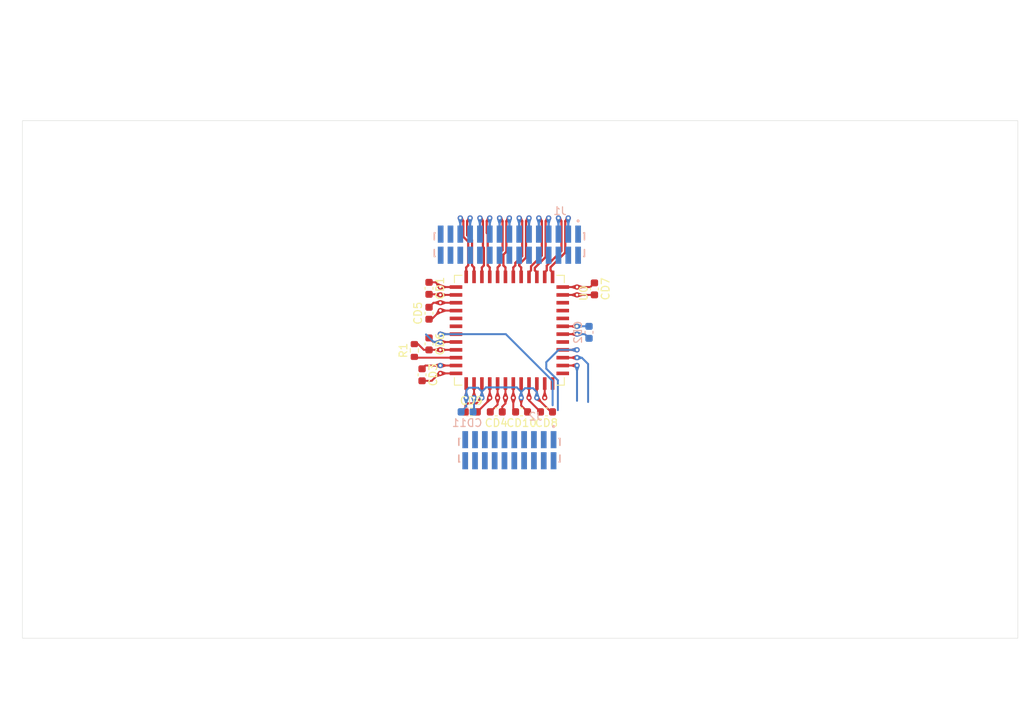
<source format=kicad_pcb>
(kicad_pcb (version 20240108) (generator "pcbnew") (generator_version "8.0")
  (layers (0 "F.Cu" signal) (1 "In1.Cu" power) (2 "In2.Cu" power) (31 "B.Cu" signal) (34 "B.Paste" user) (35 "F.Paste" user) (36 "B.SilkS" user "B.Silkscreen") (37 "F.SilkS" user "F.Silkscreen") (38 "B.Mask" user) (39 "F.Mask" user) (44 "Edge.Cuts" user))
  (net 0 "")
  (net 1 "/vdd33")
  (net 2 "GND")
  (net 3 "/vdd18")
  (net 4 "/vddpix")
  (net 5 "/dout3_N")
  (net 6 "/trigger0")
  (net 7 "/monitor0")
  (net 8 "/dout3_P")
  (net 9 "/dout0_N")
  (net 10 "/dout2_P")
  (net 11 "/dout1_N")
  (net 12 "/dout2_N")
  (net 13 "/mosi")
  (net 14 "/ss")
  (net 15 "/monitor1")
  (net 16 "/dout1_P")
  (net 17 "/noip_clk")
  (net 18 "/dout0_P")
  (net 19 "/resetn")
  (net 20 "/miso")
  (net 21 "/sck")
  (net 22 "Net-(U0-IBIAS_MASTER)")
  (net 27 "/clkout0_P")
  (net 28 "/sync0_P")
  (net 29 "/clkout0_N")
  (net 30 "/sync0_N")
  (footprint "Capacitor_SMD:C_0603_1608Metric" (layer "F.Cu") (at 88.305 80.575 180)
    (property "Reference" "CD4" (at 0 -1.43 0) (layer "F.SilkS"))
    (property "Value" "100nF")
    (fp_line (start -0.14058 0.51) (end 0.14058 0.51) (stroke (width 0.12)) (layer "F.SilkS"))
    (fp_line (start -0.14058 -0.51) (end 0.14058 -0.51) (stroke (width 0.12)) (layer "F.SilkS"))
    (pad "1" smd roundrect (at -0.775 0 180) (size 0.9 0.95) (layers "F.Cu" "F.Paste" "F.Mask") (net 1 "/vdd33"))
    (pad "2" smd roundrect (at 0.775 0 180) (size 0.9 0.95) (layers "F.Cu" "F.Paste" "F.Mask") (net 2 "GND"))
  )
  (footprint "Capacitor_SMD:C_0603_1608Metric" (layer "F.Cu") (at 79.605 71.775 -90)
    (property "Reference" "CD6" (at 0 -1.43 90) (layer "F.SilkS"))
    (property "Value" "100nF")
    (fp_line (start -0.14058 0.51) (end 0.14058 0.51) (stroke (width 0.12)) (layer "F.SilkS"))
    (fp_line (start -0.14058 -0.51) (end 0.14058 -0.51) (stroke (width 0.12)) (layer "F.SilkS"))
    (pad "1" smd roundrect (at -0.775 0 270) (size 0.9 0.95) (layers "F.Cu" "F.Paste" "F.Mask") (net 3 "/vdd18"))
    (pad "2" smd roundrect (at 0.775 0 270) (size 0.9 0.95) (layers "F.Cu" "F.Paste" "F.Mask") (net 2 "GND"))
  )
  (footprint "Capacitor_SMD:C_0603_1608Metric" (layer "F.Cu") (at 101.005 64.65 -90)
    (property "Reference" "CD7" (at 0 -1.43 90) (layer "F.SilkS"))
    (property "Value" "100nF")
    (fp_line (start -0.14058 0.51) (end 0.14058 0.51) (stroke (width 0.12)) (layer "F.SilkS"))
    (fp_line (start -0.14058 -0.51) (end 0.14058 -0.51) (stroke (width 0.12)) (layer "F.SilkS"))
    (pad "1" smd roundrect (at -0.775 0 270) (size 0.9 0.95) (layers "F.Cu" "F.Paste" "F.Mask") (net 3 "/vdd18"))
    (pad "2" smd roundrect (at 0.775 0 270) (size 0.9 0.95) (layers "F.Cu" "F.Paste" "F.Mask") (net 2 "GND"))
  )
  (footprint "NOIP1SN1300A-QTI:LCC101P1422X1422X228-48N" (layer "F.Cu") (at 90 70 -90)
    (property "Reference" "U0" (at -4.795 -9.605 90) (layer "F.SilkS"))
    (property "Value" "NOIP1SN1300A-QTI")
    (fp_line (start -7.11 7.11) (end -7.11 6.143) (stroke (width 0.127)) (layer "F.SilkS"))
    (fp_line (start -6.143 7.11) (end -7.11 7.11) (stroke (width 0.127)) (layer "F.SilkS"))
    (fp_line (start 7.11 7.11) (end 6.143 7.11) (stroke (width 0.127)) (layer "F.SilkS"))
    (fp_line (start 7.11 7.11) (end 7.11 6.143) (stroke (width 0.127)) (layer "F.SilkS"))
    (fp_line (start -7.11 -6.143) (end -7.11 -7.11) (stroke (width 0.127)) (layer "F.SilkS"))
    (fp_line (start -7.11 -7.11) (end -6.143 -7.11) (stroke (width 0.127)) (layer "F.SilkS"))
    (fp_line (start 6.143 -7.11) (end 7.11 -7.11) (stroke (width 0.127)) (layer "F.SilkS"))
    (fp_line (start 7.11 -7.11) (end 7.11 -6.143) (stroke (width 0.127)) (layer "F.SilkS"))
    (fp_circle (center -0.508 -8.72) (end -0.408 -8.72) (stroke (width 0.2)) (fill none) (layer "F.SilkS"))
    (pad "1" smd roundrect (at -0.508 -6.905 270) (size 0.47 1.63) (layers "F.Cu" "F.Paste" "F.Mask") (roundrect_rratio 0.06) (net 1 "/vdd33"))
    (pad "2" smd roundrect (at -1.524 -6.905 270) (size 0.47 1.63) (layers "F.Cu" "F.Paste" "F.Mask") (roundrect_rratio 0.06) (net 13 "/mosi"))
    (pad "3" smd roundrect (at -2.54 -6.905 270) (size 0.47 1.63) (layers "F.Cu" "F.Paste" "F.Mask") (roundrect_rratio 0.06) (net 20 "/miso"))
    (pad "4" smd roundrect (at -3.556 -6.905 270) (size 0.47 1.63) (layers "F.Cu" "F.Paste" "F.Mask") (roundrect_rratio 0.06) (net 21 "/sck"))
    (pad "5" smd roundrect (at -4.572 -6.905 270) (size 0.47 1.63) (layers "F.Cu" "F.Paste" "F.Mask") (roundrect_rratio 0.06) (net 2 "GND"))
    (pad "6" smd roundrect (at -5.588 -6.905 270) (size 0.47 1.63) (layers "F.Cu" "F.Paste" "F.Mask") (roundrect_rratio 0.06) (net 3 "/vdd18"))
    (pad "7" smd roundrect (at -6.905 -5.588 270) (size 1.63 0.47) (layers "F.Cu" "F.Paste" "F.Mask") (roundrect_rratio 0.06) (net 29 "/clkout0_N"))
    (pad "8" smd roundrect (at -6.905 -4.572 270) (size 1.63 0.47) (layers "F.Cu" "F.Paste" "F.Mask") (roundrect_rratio 0.06) (net 27 "/clkout0_P"))
    (pad "9" smd roundrect (at -6.905 -3.556 270) (size 1.63 0.47) (layers "F.Cu" "F.Paste" "F.Mask") (roundrect_rratio 0.06) (net 9 "/dout0_N"))
    (pad "10" smd roundrect (at -6.905 -2.54 270) (size 1.63 0.47) (layers "F.Cu" "F.Paste" "F.Mask") (roundrect_rratio 0.06) (net 18 "/dout0_P"))
    (pad "11" smd roundrect (at -6.905 -1.524 270) (size 1.63 0.47) (layers "F.Cu" "F.Paste" "F.Mask") (roundrect_rratio 0.06) (net 11 "/dout1_N"))
    (pad "12" smd roundrect (at -6.905 -0.508 270) (size 1.63 0.47) (layers "F.Cu" "F.Paste" "F.Mask") (roundrect_rratio 0.06) (net 16 "/dout1_P"))
    (pad "13" smd roundrect (at -6.905 0.508 270) (size 1.63 0.47) (layers "F.Cu" "F.Paste" "F.Mask") (roundrect_rratio 0.06) (net 12 "/dout2_N"))
    (pad "14" smd roundrect (at -6.905 1.524 270) (size 1.63 0.47) (layers "F.Cu" "F.Paste" "F.Mask") (roundrect_rratio 0.06) (net 10 "/dout2_P"))
    (pad "15" smd roundrect (at -6.905 2.54 270) (size 1.63 0.47) (layers "F.Cu" "F.Paste" "F.Mask") (roundrect_rratio 0.06) (net 5 "/dout3_N"))
    (pad "16" smd roundrect (at -6.905 3.556 270) (size 1.63 0.47) (layers "F.Cu" "F.Paste" "F.Mask") (roundrect_rratio 0.06) (net 8 "/dout3_P"))
    (pad "17" smd roundrect (at -6.905 4.572 270) (size 1.63 0.47) (layers "F.Cu" "F.Paste" "F.Mask") (roundrect_rratio 0.06) (net 30 "/sync0_N"))
    (pad "18" smd roundrect (at -6.905 5.588 270) (size 1.63 0.47) (layers "F.Cu" "F.Paste" "F.Mask") (roundrect_rratio 0.06) (net 28 "/sync0_P"))
    (pad "19" smd roundrect (at -5.588 6.905 270) (size 0.47 1.63) (layers "F.Cu" "F.Paste" "F.Mask") (roundrect_rratio 0.06) (net 1 "/vdd33"))
    (pad "20" smd roundrect (at -4.572 6.905 270) (size 0.47 1.63) (layers "F.Cu" "F.Paste" "F.Mask") (roundrect_rratio 0.06) (net 2 "GND"))
    (pad "21" smd roundrect (at -3.556 6.905 270) (size 0.47 1.63) (layers "F.Cu" "F.Paste" "F.Mask") (roundrect_rratio 0.06) (net 2 "GND"))
    (pad "22" smd roundrect (at -2.54 6.905 270) (size 0.47 1.63) (layers "F.Cu" "F.Paste" "F.Mask") (roundrect_rratio 0.06) (net 3 "/vdd18"))
    (pad "23" smd roundrect (at -1.524 6.905 270) (size 0.47 1.63) (layers "F.Cu" "F.Paste" "F.Mask") (roundrect_rratio 0.06))
    (pad "24" smd roundrect (at -0.508 6.905 270) (size 0.47 1.63) (layers "F.Cu" "F.Paste" "F.Mask") (roundrect_rratio 0.06))
    (pad "25" smd roundrect (at 0.508 6.905 270) (size 0.47 1.63) (layers "F.Cu" "F.Paste" "F.Mask") (roundrect_rratio 0.06) (net 17 "/noip_clk"))
    (pad "26" smd roundrect (at 1.524 6.905 270) (size 0.47 1.63) (layers "F.Cu" "F.Paste" "F.Mask") (roundrect_rratio 0.06) (net 3 "/vdd18"))
    (pad "27" smd roundrect (at 2.54 6.905 270) (size 0.47 1.63) (layers "F.Cu" "F.Paste" "F.Mask") (roundrect_rratio 0.06) (net 2 "GND"))
    (pad "28" smd roundrect (at 3.556 6.905 270) (size 0.47 1.63) (layers "F.Cu" "F.Paste" "F.Mask") (roundrect_rratio 0.06) (net 22 "Net-(U0-IBIAS_MASTER)"))
    (pad "29" smd roundrect (at 4.572 6.905 270) (size 0.47 1.63) (layers "F.Cu" "F.Paste" "F.Mask") (roundrect_rratio 0.06) (net 1 "/vdd33"))
    (pad "30" smd roundrect (at 5.588 6.905 270) (size 0.47 1.63) (layers "F.Cu" "F.Paste" "F.Mask") (roundrect_rratio 0.06) (net 2 "GND"))
    (pad "31" smd roundrect (at 6.905 5.588 270) (size 1.63 0.47) (layers "F.Cu" "F.Paste" "F.Mask") (roundrect_rratio 0.06) (net 4 "/vddpix"))
    (pad "32" smd roundrect (at 6.905 4.572 270) (size 1.63 0.47) (layers "F.Cu" "F.Paste" "F.Mask") (roundrect_rratio 0.06) (net 2 "GND"))
    (pad "33" smd roundrect (at 6.905 3.556 270) (size 1.63 0.47) (layers "F.Cu" "F.Paste" "F.Mask") (roundrect_rratio 0.06) (net 4 "/vddpix"))
    (pad "34" smd roundrect (at 6.905 2.54 270) (size 1.63 0.47) (layers "F.Cu" "F.Paste" "F.Mask") (roundrect_rratio 0.06) (net 2 "GND"))
    (pad "35" smd roundrect (at 6.905 1.524 270) (size 1.63 0.47) (layers "F.Cu" "F.Paste" "F.Mask") (roundrect_rratio 0.06) (net 2 "GND"))
    (pad "36" smd roundrect (at 6.905 0.508 270) (size 1.63 0.47) (layers "F.Cu" "F.Paste" "F.Mask") (roundrect_rratio 0.06) (net 1 "/vdd33"))
    (pad "37" smd roundrect (at 6.905 -0.508 270) (size 1.63 0.47) (layers "F.Cu" "F.Paste" "F.Mask") (roundrect_rratio 0.06) (net 2 "GND"))
    (pad "38" smd roundrect (at 6.905 -1.524 270) (size 1.63 0.47) (layers "F.Cu" "F.Paste" "F.Mask") (roundrect_rratio 0.06) (net 4 "/vddpix"))
    (pad "39" smd roundrect (at 6.905 -2.54 270) (size 1.63 0.47) (layers "F.Cu" "F.Paste" "F.Mask") (roundrect_rratio 0.06) (net 2 "GND"))
    (pad "40" smd roundrect (at 6.905 -3.556 270) (size 1.63 0.47) (layers "F.Cu" "F.Paste" "F.Mask") (roundrect_rratio 0.06) (net 4 "/vddpix"))
    (pad "41" smd roundrect (at 6.905 -4.572 270) (size 1.63 0.47) (layers "F.Cu" "F.Paste" "F.Mask") (roundrect_rratio 0.06) (net 6 "/trigger0"))
    (pad "42" smd roundrect (at 6.905 -5.588 270) (size 1.63 0.47) (layers "F.Cu" "F.Paste" "F.Mask") (roundrect_rratio 0.06))
    (pad "43" smd roundrect (at 5.588 -6.905 270) (size 0.47 1.63) (layers "F.Cu" "F.Paste" "F.Mask") (roundrect_rratio 0.06))
    (pad "44" smd roundrect (at 4.572 -6.905 270) (size 0.47 1.63) (layers "F.Cu" "F.Paste" "F.Mask") (roundrect_rratio 0.06) (net 7 "/monitor0"))
    (pad "45" smd roundrect (at 3.556 -6.905 270) (size 0.47 1.63) (layers "F.Cu" "F.Paste" "F.Mask") (roundrect_rratio 0.06) (net 15 "/monitor1"))
    (pad "46" smd roundrect (at 2.54 -6.905 270) (size 0.47 1.63) (layers "F.Cu" "F.Paste" "F.Mask") (roundrect_rratio 0.06) (net 19 "/resetn"))
    (pad "47" smd roundrect (at 1.524 -6.905 270) (size 0.47 1.63) (layers "F.Cu" "F.Paste" "F.Mask") (roundrect_rratio 0.06) (net 14 "/ss"))
    (pad "48" smd roundrect (at 0.508 -6.905 270) (size 0.47 1.63) (layers "F.Cu" "F.Paste" "F.Mask") (roundrect_rratio 0.06) (net 2 "GND"))
  )
  (footprint "Capacitor_SMD:C_0603_1608Metric" (layer "F.Cu") (at 94.805 80.575 180)
    (property "Reference" "CD8" (at 0 -1.43 0) (layer "F.SilkS"))
    (property "Value" "100nF")
    (fp_line (start -0.14058 0.51) (end 0.14058 0.51) (stroke (width 0.12)) (layer "F.SilkS"))
    (fp_line (start -0.14058 -0.51) (end 0.14058 -0.51) (stroke (width 0.12)) (layer "F.SilkS"))
    (pad "1" smd roundrect (at -0.775 0 180) (size 0.9 0.95) (layers "F.Cu" "F.Paste" "F.Mask") (net 4 "/vddpix"))
    (pad "2" smd roundrect (at 0.775 0 180) (size 0.9 0.95) (layers "F.Cu" "F.Paste" "F.Mask") (net 2 "GND"))
  )
  (footprint "Capacitor_SMD:C_0603_1608Metric" (layer "F.Cu") (at 91.58 80.575 180)
    (property "Reference" "CD10" (at 0 -1.43 0) (layer "F.SilkS"))
    (property "Value" "100nF")
    (fp_line (start -0.14058 0.51) (end 0.14058 0.51) (stroke (width 0.12)) (layer "F.SilkS"))
    (fp_line (start -0.14058 -0.51) (end 0.14058 -0.51) (stroke (width 0.12)) (layer "F.SilkS"))
    (pad "1" smd roundrect (at -0.775 0 180) (size 0.9 0.95) (layers "F.Cu" "F.Paste" "F.Mask") (net 4 "/vddpix"))
    (pad "2" smd roundrect (at 0.775 0 180) (size 0.9 0.95) (layers "F.Cu" "F.Paste" "F.Mask") (net 2 "GND"))
  )
  (footprint "Resistor_SMD:R_0603_1608Metric" (layer "F.Cu") (at 77.705 72.625 90)
    (property "Reference" "R1" (at 0 -1.43 90) (layer "F.SilkS"))
    (property "Value" "47k")
    (fp_line (start -0.237258 -0.5225) (end 0.237258 -0.5225) (stroke (width 0.12)) (layer "F.SilkS"))
    (fp_line (start -0.237258 0.5225) (end 0.237258 0.5225) (stroke (width 0.12)) (layer "F.SilkS"))
    (pad "1" smd roundrect (at -0.825 0 90) (size 0.8 0.95) (layers "F.Cu" "F.Paste" "F.Mask") (net 22 "Net-(U0-IBIAS_MASTER)"))
    (pad "2" smd roundrect (at 0.825 0 90) (size 0.8 0.95) (layers "F.Cu" "F.Paste" "F.Mask") (net 2 "GND"))
  )
  (footprint "Capacitor_SMD:C_0603_1608Metric" (layer "F.Cu") (at 85.08 80.575)
    (property "Reference" "CD9" (at 0 -1.43 0) (layer "F.SilkS"))
    (property "Value" "100nF")
    (fp_line (start -0.14058 -0.51) (end 0.14058 -0.51) (stroke (width 0.12)) (layer "F.SilkS"))
    (fp_line (start -0.14058 0.51) (end 0.14058 0.51) (stroke (width 0.12)) (layer "F.SilkS"))
    (pad "1" smd roundrect (at -0.775 0) (size 0.9 0.95) (layers "F.Cu" "F.Paste" "F.Mask") (net 4 "/vddpix"))
    (pad "2" smd roundrect (at 0.775 0) (size 0.9 0.95) (layers "F.Cu" "F.Paste" "F.Mask") (net 2 "GND"))
  )
  (footprint "Capacitor_SMD:C_0603_1608Metric" (layer "F.Cu") (at 79.605 64.575 -90)
    (property "Reference" "CD1" (at 0 -1.43 90) (layer "F.SilkS"))
    (property "Value" "100nF")
    (fp_line (start -0.14058 0.51) (end 0.14058 0.51) (stroke (width 0.12)) (layer "F.SilkS"))
    (fp_line (start -0.14058 -0.51) (end 0.14058 -0.51) (stroke (width 0.12)) (layer "F.SilkS"))
    (pad "1" smd roundrect (at -0.775 0 270) (size 0.9 0.95) (layers "F.Cu" "F.Paste" "F.Mask") (net 1 "/vdd33"))
    (pad "2" smd roundrect (at 0.775 0 270) (size 0.9 0.95) (layers "F.Cu" "F.Paste" "F.Mask") (net 2 "GND"))
  )
  (footprint "Capacitor_SMD:C_0603_1608Metric" (layer "F.Cu") (at 78.705 75.775 -90)
    (property "Reference" "CD3" (at 0 -1.43 90) (layer "F.SilkS"))
    (property "Value" "100nF")
    (fp_line (start -0.14058 0.51) (end 0.14058 0.51) (stroke (width 0.12)) (layer "F.SilkS"))
    (fp_line (start -0.14058 -0.51) (end 0.14058 -0.51) (stroke (width 0.12)) (layer "F.SilkS"))
    (pad "1" smd roundrect (at -0.775 0 270) (size 0.9 0.95) (layers "F.Cu" "F.Paste" "F.Mask") (net 1 "/vdd33"))
    (pad "2" smd roundrect (at 0.775 0 270) (size 0.9 0.95) (layers "F.Cu" "F.Paste" "F.Mask") (net 2 "GND"))
  )
  (footprint "Capacitor_SMD:C_0603_1608Metric" (layer "F.Cu") (at 79.605 67.8 90)
    (property "Reference" "CD5" (at 0 -1.43 90) (layer "F.SilkS"))
    (property "Value" "100nF")
    (fp_line (start -0.14058 -0.51) (end 0.14058 -0.51) (stroke (width 0.12)) (layer "F.SilkS"))
    (fp_line (start -0.14058 0.51) (end 0.14058 0.51) (stroke (width 0.12)) (layer "F.SilkS"))
    (pad "1" smd roundrect (at -0.775 0 90) (size 0.9 0.95) (layers "F.Cu" "F.Paste" "F.Mask") (net 3 "/vdd18"))
    (pad "2" smd roundrect (at 0.775 0 90) (size 0.9 0.95) (layers "F.Cu" "F.Paste" "F.Mask") (net 2 "GND"))
  )
  (footprint "SAMTEC_SFML11002LDLC:SAMTEC_SFML-110-02-L-D-LC" (layer "B.Cu") (at 90 85.535 180)
    (property "Reference" "J2" (at -3.365 4.36 0) (layer "B.SilkS") (effects (justify mirror)))
    (property "Value" "Conn_02x10_Odd_Even")
    (fp_line (start 6.54 0.635) (end 6.54 1.525) (stroke (width 0.2)) (layer "B.SilkS"))
    (fp_line (start 6.54 -1.525) (end 6.54 -0.635) (stroke (width 0.2)) (layer "B.SilkS"))
    (fp_line (start 6.435 1.525) (end 6.54 1.525) (stroke (width 0.2)) (layer "B.SilkS"))
    (fp_line (start 6.435 -1.525) (end 6.54 -1.525) (stroke (width 0.2)) (layer "B.SilkS"))
    (fp_line (start -6.435 1.525) (end -6.54 1.525) (stroke (width 0.2)) (layer "B.SilkS"))
    (fp_line (start -6.435 -1.525) (end -6.54 -1.525) (stroke (width 0.2)) (layer "B.SilkS"))
    (fp_line (start -6.54 0.635) (end -6.54 1.525) (stroke (width 0.2)) (layer "B.SilkS"))
    (fp_line (start -6.54 -1.525) (end -6.54 -0.635) (stroke (width 0.2)) (layer "B.SilkS"))
    (fp_circle (center -5.715 3.075) (end -5.615 3.075) (stroke (width 0.2)) (fill none) (layer "B.SilkS"))
    (pad "" np_thru_hole circle (at -7.305 0 180) (size 1.19 1.19) (drill 1.19) (layers "*.Cu" "*.Mask"))
    (pad "" np_thru_hole circle (at 7.305 0 180) (size 1.19 1.19) (drill 1.19) (layers "*.Cu" "*.Mask"))
    (pad "1" smd rect (at -5.715 1.365 180) (size 0.74 2.22) (layers "B.Cu" "B.Paste" "B.Mask"))
    (pad "2" smd rect (at -5.715 -1.365 180) (size 0.74 2.22) (layers "B.Cu" "B.Paste" "B.Mask"))
    (pad "3" smd rect (at -4.445 1.365 180) (size 0.74 2.22) (layers "B.Cu" "B.Paste" "B.Mask"))
    (pad "4" smd rect (at -4.445 -1.365 180) (size 0.74 2.22) (layers "B.Cu" "B.Paste" "B.Mask"))
    (pad "5" smd rect (at -3.175 1.365 180) (size 0.74 2.22) (layers "B.Cu" "B.Paste" "B.Mask"))
    (pad "6" smd rect (at -3.175 -1.365 180) (size 0.74 2.22) (layers "B.Cu" "B.Paste" "B.Mask"))
    (pad "7" smd rect (at -1.905 1.365 180) (size 0.74 2.22) (layers "B.Cu" "B.Paste" "B.Mask"))
    (pad "8" smd rect (at -1.905 -1.365 180) (size 0.74 2.22) (layers "B.Cu" "B.Paste" "B.Mask"))
    (pad "9" smd rect (at -0.635 1.365 180) (size 0.74 2.22) (layers "B.Cu" "B.Paste" "B.Mask"))
    (pad "10" smd rect (at -0.635 -1.365 180) (size 0.74 2.22) (layers "B.Cu" "B.Paste" "B.Mask"))
    (pad "11" smd rect (at 0.635 1.365 180) (size 0.74 2.22) (layers "B.Cu" "B.Paste" "B.Mask"))
    (pad "12" smd rect (at 0.635 -1.365 180) (size 0.74 2.22) (layers "B.Cu" "B.Paste" "B.Mask"))
    (pad "13" smd rect (at 1.905 1.365 180) (size 0.74 2.22) (layers "B.Cu" "B.Paste" "B.Mask"))
    (pad "14" smd rect (at 1.905 -1.365 180) (size 0.74 2.22) (layers "B.Cu" "B.Paste" "B.Mask"))
    (pad "15" smd rect (at 3.175 1.365 180) (size 0.74 2.22) (layers "B.Cu" "B.Paste" "B.Mask"))
    (pad "16" smd rect (at 3.175 -1.365 180) (size 0.74 2.22) (layers "B.Cu" "B.Paste" "B.Mask"))
    (pad "17" smd rect (at 4.445 1.365 180) (size 0.74 2.22) (layers "B.Cu" "B.Paste" "B.Mask"))
    (pad "18" smd rect (at 4.445 -1.365 180) (size 0.74 2.22) (layers "B.Cu" "B.Paste" "B.Mask"))
    (pad "19" smd rect (at 5.715 1.365 180) (size 0.74 2.22) (layers "B.Cu" "B.Paste" "B.Mask"))
    (pad "20" smd rect (at 5.715 -1.365 180) (size 0.74 2.22) (layers "B.Cu" "B.Paste" "B.Mask"))
  )
  (footprint "SAMTEC_SFML11502LDLC:SAMTEC_SFML-115-02-L-D-LC" (layer "B.Cu") (at 90 58.925 180)
    (property "Reference" "J1" (at -6.54 4.36 360) (layer "B.SilkS") (effects (justify mirror)))
    (property "Value" "Conn_02x15_Odd_Even")
    (fp_line (start 9.715 0.635) (end 9.715 1.525) (stroke (width 0.2)) (layer "B.SilkS"))
    (fp_line (start 9.715 -1.525) (end 9.715 -0.635) (stroke (width 0.2)) (layer "B.SilkS"))
    (fp_line (start 9.61 1.525) (end 9.715 1.525) (stroke (width 0.2)) (layer "B.SilkS"))
    (fp_line (start 9.61 -1.525) (end 9.715 -1.525) (stroke (width 0.2)) (layer "B.SilkS"))
    (fp_line (start -9.61 1.525) (end -9.715 1.525) (stroke (width 0.2)) (layer "B.SilkS"))
    (fp_line (start -9.61 -1.525) (end -9.715 -1.525) (stroke (width 0.2)) (layer "B.SilkS"))
    (fp_line (start -9.715 0.635) (end -9.715 1.525) (stroke (width 0.2)) (layer "B.SilkS"))
    (fp_line (start -9.715 -1.525) (end -9.715 -0.635) (stroke (width 0.2)) (layer "B.SilkS"))
    (fp_circle (center -8.89 3.075) (end -8.79 3.075) (stroke (width 0.2)) (fill none) (layer "B.SilkS"))
    (pad "" np_thru_hole circle (at -10.48 0 180) (size 1.19 1.19) (drill 1.19) (layers "*.Cu" "*.Mask"))
    (pad "" np_thru_hole circle (at 10.48 0 180) (size 1.19 1.19) (drill 1.19) (layers "*.Cu" "*.Mask"))
    (pad "1" smd rect (at -8.89 1.365 180) (size 0.74 2.22) (layers "B.Cu" "B.Paste" "B.Mask"))
    (pad "2" smd rect (at -8.89 -1.365 180) (size 0.74 2.22) (layers "B.Cu" "B.Paste" "B.Mask"))
    (pad "3" smd rect (at -7.62 1.365 180) (size 0.74 2.22) (layers "B.Cu" "B.Paste" "B.Mask") (net 29 "/clkout0_N"))
    (pad "4" smd rect (at -7.62 -1.365 180) (size 0.74 2.22) (layers "B.Cu" "B.Paste" "B.Mask"))
    (pad "5" smd rect (at -6.35 1.365 180) (size 0.74 2.22) (layers "B.Cu" "B.Paste" "B.Mask") (net 27 "/clkout0_P"))
    (pad "6" smd rect (at -6.35 -1.365 180) (size 0.74 2.22) (layers "B.Cu" "B.Paste" "B.Mask"))
    (pad "7" smd rect (at -5.08 1.365 180) (size 0.74 2.22) (layers "B.Cu" "B.Paste" "B.Mask") (net 9 "/dout0_N"))
    (pad "8" smd rect (at -5.08 -1.365 180) (size 0.74 2.22) (layers "B.Cu" "B.Paste" "B.Mask"))
    (pad "9" smd rect (at -3.81 1.365 180) (size 0.74 2.22) (layers "B.Cu" "B.Paste" "B.Mask") (net 18 "/dout0_P"))
    (pad "10" smd rect (at -3.81 -1.365 180) (size 0.74 2.22) (layers "B.Cu" "B.Paste" "B.Mask"))
    (pad "11" smd rect (at -2.54 1.365 180) (size 0.74 2.22) (layers "B.Cu" "B.Paste" "B.Mask") (net 11 "/dout1_N"))
    (pad "12" smd rect (at -2.54 -1.365 180) (size 0.74 2.22) (layers "B.Cu" "B.Paste" "B.Mask"))
    (pad "13" smd rect (at -1.27 1.365 180) (size 0.74 2.22) (layers "B.Cu" "B.Paste" "B.Mask") (net 16 "/dout1_P"))
    (pad "14" smd rect (at -1.27 -1.365 180) (size 0.74 2.22) (layers "B.Cu" "B.Paste" "B.Mask"))
    (pad "15" smd rect (at 0 1.365 180) (size 0.74 2.22) (layers "B.Cu" "B.Paste" "B.Mask") (net 12 "/dout2_N"))
    (pad "16" smd rect (at 0 -1.365 180) (size 0.74 2.22) (layers "B.Cu" "B.Paste" "B.Mask"))
    (pad "17" smd rect (at 1.27 1.365 180) (size 0.74 2.22) (layers "B.Cu" "B.Paste" "B.Mask") (net 10 "/dout2_P"))
    (pad "18" smd rect (at 1.27 -1.365 180) (size 0.74 2.22) (layers "B.Cu" "B.Paste" "B.Mask"))
    (pad "19" smd rect (at 2.54 1.365 180) (size 0.74 2.22) (layers "B.Cu" "B.Paste" "B.Mask") (net 5 "/dout3_N"))
    (pad "20" smd rect (at 2.54 -1.365 180) (size 0.74 2.22) (layers "B.Cu" "B.Paste" "B.Mask"))
    (pad "21" smd rect (at 3.81 1.365 180) (size 0.74 2.22) (layers "B.Cu" "B.Paste" "B.Mask") (net 8 "/dout3_P"))
    (pad "22" smd rect (at 3.81 -1.365 180) (size 0.74 2.22) (layers "B.Cu" "B.Paste" "B.Mask"))
    (pad "23" smd rect (at 5.08 1.365 180) (size 0.74 2.22) (layers "B.Cu" "B.Paste" "B.Mask") (net 30 "/sync0_N"))
    (pad "24" smd rect (at 5.08 -1.365 180) (size 0.74 2.22) (layers "B.Cu" "B.Paste" "B.Mask"))
    (pad "25" smd rect (at 6.35 1.365 180) (size 0.74 2.22) (layers "B.Cu" "B.Paste" "B.Mask") (net 28 "/sync0_P"))
    (pad "26" smd rect (at 6.35 -1.365 180) (size 0.74 2.22) (layers "B.Cu" "B.Paste" "B.Mask"))
    (pad "27" smd rect (at 7.62 1.365 180) (size 0.74 2.22) (layers "B.Cu" "B.Paste" "B.Mask"))
    (pad "28" smd rect (at 7.62 -1.365 180) (size 0.74 2.22) (layers "B.Cu" "B.Paste" "B.Mask"))
    (pad "29" smd rect (at 8.89 1.365 180) (size 0.74 2.22) (layers "B.Cu" "B.Paste" "B.Mask"))
    (pad "30" smd rect (at 8.89 -1.365 180) (size 0.74 2.22) (layers "B.Cu" "B.Paste" "B.Mask"))
  )
  (footprint "Capacitor_SMD:C_0603_1608Metric" (layer "B.Cu") (at 100.305 70.275 -90)
    (property "Reference" "CD2" (at 0 1.43 90) (layer "B.SilkS") (effects (justify mirror)))
    (property "Value" "100nF")
    (fp_line (start 0.14058 0.51) (end -0.14058 0.51) (stroke (width 0.12)) (layer "B.SilkS"))
    (fp_line (start 0.14058 -0.51) (end -0.14058 -0.51) (stroke (width 0.12)) (layer "B.SilkS"))
    (pad "1" smd roundrect (at -0.775 0 270) (size 0.9 0.95) (layers "B.Cu" "B.Paste" "B.Mask") (net 1 "/vdd33"))
    (pad "2" smd roundrect (at 0.775 0 270) (size 0.9 0.95) (layers "B.Cu" "B.Paste" "B.Mask") (net 2 "GND"))
  )
  (footprint "Capacitor_SMD:C_0603_1608Metric" (layer "B.Cu") (at 84.53 80.575)
    (property "Reference" "CD11" (at 0 1.43 0) (layer "B.SilkS") (effects (justify mirror)))
    (property "Value" "100nF")
    (fp_line (start 0.14058 -0.51) (end -0.14058 -0.51) (stroke (width 0.12)) (layer "B.SilkS"))
    (fp_line (start 0.14058 0.51) (end -0.14058 0.51) (stroke (width 0.12)) (layer "B.SilkS"))
    (pad "1" smd roundrect (at -0.775 0) (size 0.9 0.95) (layers "B.Cu" "B.Paste" "B.Mask") (net 4 "/vddpix"))
    (pad "2" smd roundrect (at 0.775 0) (size 0.9 0.95) (layers "B.Cu" "B.Paste" "B.Mask") (net 2 "GND"))
  )
  (gr_rect (start 27 42.875) (end 155.79 109.875) (stroke (width 0.05)) (fill none) (layer "Edge.Cuts"))
  (segment (start 80.455 63.8) (end 81.067 64.412) (width 0.254) (layer "F.Cu") (net 1))
  (segment (start 89.493 78.752) (end 89.493 79.487) (width 0.254) (layer "F.Cu") (net 1))
  (segment (start 79.605 63.8) (end 80.455 63.8) (width 0.254) (layer "F.Cu") (net 1))
  (segment (start 89.492 78.751) (end 89.493 78.752) (width 0.254) (layer "F.Cu") (net 1))
  (segment (start 89.08 79.9) (end 89.08 80.575) (width 0.254) (layer "F.Cu") (net 1))
  (segment (start 96.905 69.492) (end 98.752 69.492) (width 0.254) (layer "F.Cu") (net 1))
  (segment (start 96.905 69.492) (end 97.384 69.492) (width 0.254) (layer "F.Cu") (net 1))
  (segment (start 89.492 76.905) (end 89.492 78.751) (width 0.254) (layer "F.Cu") (net 1))
  (segment (start 97.384 69.492) (end 97.467 69.575) (width 0.254) (layer "F.Cu") (net 1))
  (segment (start 83.095 64.412) (end 81.067 64.412) (width 0.254) (layer "F.Cu") (net 1))
  (segment (start 79.133 74.572) (end 78.705 75) (width 0.254) (layer "F.Cu") (net 1))
  (segment (start 89.493 79.487) (end 89.08 79.9) (width 0.254) (layer "F.Cu") (net 1))
  (segment (start 83.095 74.572) (end 81.067 74.572) (width 0.254) (layer "F.Cu") (net 1))
  (segment (start 81.067 74.572) (end 79.133 74.572) (width 0.254) (layer "F.Cu") (net 1))
  (via (at 81.067 64.412) (size 0.6858) (drill 0.3302) (layers "F.Cu" "B.Cu") (remove_unused_layers yes) (zone_layer_connections "F.Cu" "In1.Cu") (net 1))
  (via (at 81.067 74.572) (size 0.6858) (drill 0.3302) (layers "F.Cu" "B.Cu") (remove_unused_layers yes) (zone_layer_connections "F.Cu" "In1.Cu") (net 1))
  (via (at 98.752 69.492) (size 0.6858) (drill 0.3302) (layers "F.Cu" "B.Cu") (remove_unused_layers yes) (zone_layer_connections "F.Cu" "In1.Cu" "B.Cu") (net 1))
  (via (at 89.493 78.752) (size 0.6858) (drill 0.3302) (layers "F.Cu" "B.Cu") (remove_unused_layers yes) (zone_layer_connections "F.Cu" "In1.Cu") (net 1))
  (segment (start 100.297 69.492) (end 100.305 69.5) (width 0.254) (layer "B.Cu") (net 1))
  (segment (start 81.05 74.555) (end 81.067 74.572) (width 0.254) (layer "B.Cu") (net 1))
  (segment (start 98.752 69.492) (end 100.297 69.492) (width 0.254) (layer "B.Cu") (net 1))
  (segment (start 85.428 76.905) (end 85.428 78.751) (width 0.254) (layer "F.Cu") (net 2))
  (segment (start 96.905 65.428) (end 98.752 65.428) (width 0.254) (layer "F.Cu") (net 2))
  (segment (start 90.509 78.752) (end 90.509 80.279) (width 0.254) (layer "F.Cu") (net 2))
  (segment (start 80.989 65.35) (end 81.067 65.428) (width 0.254) (layer "F.Cu") (net 2))
  (segment (start 88.476 78.753) (end 88.476 79.629) (width 0.254) (layer "F.Cu") (net 2))
  (segment (start 88.476 79.629) (end 87.53 80.575) (width 0.254) (layer "F.Cu") (net 2))
  (segment (start 96.905 70.508) (end 98.752 70.508) (width 0.254) (layer "F.Cu") (net 2))
  (segment (start 81.066 66.444) (end 80.186 66.444) (width 0.254) (layer "F.Cu") (net 2))
  (segment (start 87.46 76.905) (end 87.46 78.752) (width 0.254) (layer "F.Cu") (net 2))
  (segment (start 92.541 79.086) (end 94.03 80.575) (width 0.254) (layer "F.Cu") (net 2))
  (segment (start 85.428 78.751) (end 85.429 78.752) (width 0.254) (layer "F.Cu") (net 2))
  (segment (start 101.002 65.428) (end 101.005 65.425) (width 0.254) (layer "F.Cu") (net 2))
  (segment (start 88.476 76.905) (end 88.476 78.753) (width 0.254) (layer "F.Cu") (net 2))
  (segment (start 87.46 78.97) (end 85.855 80.575) (width 0.254) (layer "F.Cu") (net 2))
  (segment (start 79.956 76.55) (end 78.705 76.55) (width 0.254) (layer "F.Cu") (net 2))
  (segment (start 90.508 76.905) (end 90.508 78.751) (width 0.254) (layer "F.Cu") (net 2))
  (segment (start 80.918 75.588) (end 79.956 76.55) (width 0.254) (layer "F.Cu") (net 2))
  (segment (start 92.54 76.905) (end 92.54 78.751) (width 0.254) (layer "F.Cu") (net 2))
  (segment (start 92.54 78.751) (end 92.541 78.752) (width 0.254) (layer "F.Cu") (net 2))
  (segment (start 87.46 78.752) (end 87.46 78.97) (width 0.254) (layer "F.Cu") (net 2))
  (segment (start 83.095 75.588) (end 81.067 75.588) (width 0.254) (layer "F.Cu") (net 2))
  (segment (start 78.932 72.54) (end 78.192 71.8) (width 0.254) (layer "F.Cu") (net 2))
  (segment (start 79.605 65.35) (end 80.989 65.35) (width 0.254) (layer "F.Cu") (net 2))
  (segment (start 92.541 78.752) (end 92.541 79.086) (width 0.254) (layer "F.Cu") (net 2))
  (segment (start 83.095 65.428) (end 81.067 65.428) (width 0.254) (layer "F.Cu") (net 2))
  (segment (start 81.067 75.588) (end 80.918 75.588) (width 0.254) (layer "F.Cu") (net 2))
  (segment (start 81.066 66.444) (end 83.095 66.444) (width 0.254) (layer "F.Cu") (net 2))
  (segment (start 90.509 80.279) (end 90.805 80.575) (width 0.254) (layer "F.Cu") (net 2))
  (segment (start 80.186 66.444) (end 79.605 67.025) (width 0.254) (layer "F.Cu") (net 2))
  (segment (start 83.095 72.54) (end 81.067 72.54) (width 0.254) (layer "F.Cu") (net 2))
  (segment (start 98.752 65.428) (end 101.002 65.428) (width 0.254) (layer "F.Cu") (net 2))
  (segment (start 81.067 72.54) (end 78.932 72.54) (width 0.254) (layer "F.Cu") (net 2))
  (segment (start 90.508 78.751) (end 90.509 78.752) (width 0.254) (layer "F.Cu") (net 2))
  (segment (start 78.192 71.8) (end 77.705 71.8) (width 0.254) (layer "F.Cu") (net 2))
  (via (at 81.066 66.444) (size 0.6858) (drill 0.3302) (layers "F.Cu" "B.Cu") (remove_unused_layers yes) (zone_layer_connections "F.Cu" "In1.Cu" "In2.Cu") (net 2))
  (via (at 98.752 70.508) (size 0.6858) (drill 0.3302) (layers "F.Cu" "B.Cu") (remove_unused_layers yes) (zone_layer_connections "F.Cu" "In1.Cu" "In2.Cu" "B.Cu") (net 2))
  (via (at 87.46 78.752) (size 0.6858) (drill 0.3302) (layers "F.Cu" "B.Cu") (remove_unused_layers yes) (zone_layer_connections "F.Cu" "In1.Cu" "In2.Cu") (net 2))
  (via (at 90.509 78.752) (size 0.6858) (drill 0.3302) (layers "F.Cu" "B.Cu") (remove_unused_layers yes) (zone_layer_connections "F.Cu" "In1.Cu" "In2.Cu") (net 2))
  (via (at 98.752 65.428) (size 0.6858) (drill 0.3302) (layers "F.Cu" "B.Cu") (remove_unused_layers yes) (zone_layer_connections "F.Cu" "In1.Cu" "In2.Cu") (net 2))
  (via (at 81.067 65.428) (size 0.6858) (drill 0.3302) (layers "F.Cu" "B.Cu") (remove_unused_layers yes) (zone_layer_connections "F.Cu" "In1.Cu" "In2.Cu") (net 2))
  (via (at 81.067 72.54) (size 0.6858) (drill 0.3302) (layers "F.Cu" "B.Cu") (remove_unused_layers yes) (zone_layer_connections "F.Cu" "In1.Cu" "In2.Cu") (net 2))
  (via (at 85.429 78.752) (size 0.6858) (drill 0.3302) (layers "F.Cu" "B.Cu") (remove_unused_layers yes) (zone_layer_connections "F.Cu" "In1.Cu" "In2.Cu" "B.Cu") (net 2))
  (via (at 81.067 75.588) (size 0.6858) (drill 0.3302) (layers "F.Cu" "B.Cu") (remove_unused_layers yes) (zone_layer_connections "F.Cu" "In1.Cu" "In2.Cu") (net 2))
  (via (at 88.476 78.753) (size 0.6858) (drill 0.3302) (layers "F.Cu" "B.Cu") (remove_unused_layers yes) (zone_layer_connections "F.Cu" "In1.Cu" "In2.Cu") (net 2))
  (via (at 92.541 78.752) (size 0.6858) (drill 0.3302) (layers "F.Cu" "B.Cu") (remove_unused_layers yes) (zone_layer_connections "F.Cu" "In1.Cu" "In2.Cu") (net 2))
  (segment (start 98.752 70.508) (end 99.763 70.508) (width 0.254) (layer "B.Cu") (net 2))
  (segment (start 85.429 78.752) (end 85.429 80.451) (width 0.254) (layer "B.Cu") (net 2))
  (segment (start 85.429 80.451) (end 85.305 80.575) (width 0.254) (layer "B.Cu") (net 2))
  (segment (start 99.763 70.508) (end 100.305 71.05) (width 0.254) (layer "B.Cu") (net 2))
  (segment (start 81.067 71.524) (end 80.129 71.524) (width 0.254) (layer "F.Cu") (net 3))
  (segment (start 79.952 68.575) (end 81.067 67.46) (width 0.254) (layer "F.Cu") (net 3))
  (segment (start 80.129 71.524) (end 79.605 71) (width 0.254) (layer "F.Cu") (net 3))
  (segment (start 100.468 64.412) (end 101.005 63.875) (width 0.254) (layer "F.Cu") (net 3))
  (segment (start 96.905 64.412) (end 98.752 64.412) (width 0.254) (layer "F.Cu") (net 3))
  (segment (start 83.095 71.524) (end 81.067 71.524) (width 0.254) (layer "F.Cu") (net 3))
  (segment (start 79.605 68.575) (end 79.952 68.575) (width 0.254) (layer "F.Cu") (net 3))
  (segment (start 83.095 67.46) (end 81.067 67.46) (width 0.254) (layer "F.Cu") (net 3))
  (segment (start 98.752 64.412) (end 100.468 64.412) (width 0.254) (layer "F.Cu") (net 3))
  (via (at 81.067 67.46) (size 0.6858) (drill 0.3302) (layers "F.Cu" "B.Cu") (remove_unused_layers yes) (zone_layer_connections "F.Cu" "In1.Cu") (net 3))
  (via (at 98.752 64.412) (size 0.6858) (drill 0.3302) (layers "F.Cu" "B.Cu") (remove_unused_layers yes) (zone_layer_connections "F.Cu" "In1.Cu") (net 3))
  (via (at 81.067 71.524) (size 0.6858) (drill 0.3302) (layers "F.Cu" "B.Cu") (remove_unused_layers yes) (zone_layer_connections "F.Cu" "In1.Cu" "B.Cu") (net 3))
  (segment (start 79.215 70.545) (end 80.194 71.524) (width 0.254) (layer "B.Cu") (net 3))
  (segment (start 80.194 71.524) (end 81.067 71.524) (width 0.254) (layer "B.Cu") (net 3))
  (segment (start 93.557 76.906) (end 93.556 76.905) (width 0.254) (layer "F.Cu") (net 4))
  (segment (start 84.605 79.475) (end 84.305 79.775) (width 0.254) (layer "F.Cu") (net 4))
  (segment (start 91.525 79.745) (end 92.355 80.575) (width 0.254) (layer "F.Cu") (net 4))
  (segment (start 84.412 78.751) (end 84.413 78.752) (width 0.254) (layer "F.Cu") (net 4))
  (segment (start 86.445 78.752) (end 85.722 79.475) (width 0.254) (layer "F.Cu") (net 4))
  (segment (start 84.305 79.775) (end 84.305 80.575) (width 0.254) (layer "F.Cu") (net 4))
  (segment (start 95.38 80.575) (end 95.58 80.575) (width 0.254) (layer "F.Cu") (net 4))
  (segment (start 86.444 76.905) (end 86.444 78.751) (width 0.254) (layer "F.Cu") (net 4))
  (segment (start 91.524 76.905) (end 91.524 78.751) (width 0.254) (layer "F.Cu") (net 4))
  (segment (start 93.557 78.752) (end 93.557 76.906) (width 0.254) (layer "F.Cu") (net 4))
  (segment (start 86.444 78.751) (end 86.445 78.752) (width 0.254) (layer "F.Cu") (net 4))
  (segment (start 91.525 78.752) (end 91.525 79.745) (width 0.254) (layer "F.Cu") (net 4))
  (segment (start 93.557 78.752) (end 95.38 80.575) (width 0.254) (layer "F.Cu") (net 4))
  (segment (start 84.412 76.905) (end 84.412 78.751) (width 0.254) (layer "F.Cu") (net 4))
  (segment (start 85.722 79.475) (end 84.605 79.475) (width 0.254) (layer "F.Cu") (net 4))
  (segment (start 91.524 78.751) (end 91.525 78.752) (width 0.254) (layer "F.Cu") (net 4))
  (via (at 86.445 78.752) (size 0.6858) (drill 0.3302) (layers "F.Cu" "B.Cu") (remove_unused_layers yes) (zone_layer_connections "F.Cu" "B.Cu") (net 4))
  (via (at 93.557 78.752) (size 0.6858) (drill 0.3302) (layers "F.Cu" "B.Cu") (remove_unused_layers yes) (zone_layer_connections "F.Cu" "B.Cu") (net 4))
  (via (at 84.413 78.752) (size 0.6858) (drill 0.3302) (layers "F.Cu" "B.Cu") (remove_unused_layers yes) (zone_layer_connections "F.Cu" "B.Cu") (net 4))
  (via (at 91.525 78.752) (size 0.6858) (drill 0.3302) (layers "F.Cu" "B.Cu") (remove_unused_layers yes) (zone_layer_connections "F.Cu" "B.Cu") (net 4))
  (segment (start 86.445 77.945) (end 86.445 78.752) (width 0.254) (layer "B.Cu") (net 4))
  (segment (start 85.945 77.445) (end 86.445 77.945) (width 0.254) (layer "B.Cu") (net 4))
  (segment (start 86.965 77.405) (end 90.965 77.405) (width 0.254) (layer "B.Cu") (net 4))
  (segment (start 91.525 78.005) (end 91.525 78.752) (width 0.254) (layer "B.Cu") (net 4))
  (segment (start 84.435 77.775) (end 84.765 77.445) (width 0.254) (layer "B.Cu") (net 4))
  (segment (start 86.965 77.425) (end 86.965 77.405) (width 0.254) (layer "B.Cu") (net 4))
  (segment (start 91.545 77.985) (end 91.525 78.005) (width 0.254) (layer "B.Cu") (net 4))
  (segment (start 90.965 77.405) (end 91.545 77.985) (width 0.254) (layer "B.Cu") (net 4))
  (segment (start 84.413 78.752) (end 84.435 78.73) (width 0.254) (layer "B.Cu") (net 4))
  (segment (start 84.413 79.917) (end 83.755 80.575) (width 0.254) (layer "B.Cu") (net 4))
  (segment (start 93.557 78.007) (end 93.557 78.752) (width 0.254) (layer "B.Cu") (net 4))
  (segment (start 92.015 77.515) (end 93.065 77.515) (width 0.254) (layer "B.Cu") (net 4))
  (segment (start 86.445 77.945) (end 86.965 77.425) (width 0.254) (layer "B.Cu") (net 4))
  (segment (start 84.413 78.752) (end 84.413 79.917) (width 0.254) (layer "B.Cu") (net 4))
  (segment (start 84.765 77.445) (end 85.945 77.445) (width 0.254) (layer "B.Cu") (net 4))
  (segment (start 91.545 77.985) (end 92.015 77.515) (width 0.254) (layer "B.Cu") (net 4))
  (segment (start 84.435 78.73) (end 84.435 77.775) (width 0.254) (layer "B.Cu") (net 4))
  (segment (start 93.065 77.515) (end 93.557 78.007) (width 0.254) (layer "B.Cu") (net 4))
  (segment (start 87.197 57.524234) (end 87.197 61.609499) (width 0.29) (layer "F.Cu") (net 5))
  (segment (start 87.197 61.609499) (end 87.46 61.872499) (width 0.29) (layer "F.Cu") (net 5))
  (segment (start 87.46 55.475) (end 87.07 55.865) (width 0.29) (layer "F.Cu") (net 5))
  (segment (start 87.46 61.872499) (end 87.46 63.095) (width 0.29) (layer "F.Cu") (net 5))
  (segment (start 87.07 57.397234) (end 87.197 57.524234) (width 0.29) (layer "F.Cu") (net 5))
  (segment (start 87.07 55.865) (end 87.07 57.397234) (width 0.29) (layer "F.Cu") (net 5))
  (via (at 87.46 55.475) (size 0.6858) (drill 0.3302) (layers "F.Cu" "B.Cu") (remove_unused_layers yes) (zone_layer_connections "B.Cu") (net 5))
  (segment (start 87.46 57.56) (end 87.46 55.475) (width 0.29) (layer "B.Cu") (net 5))
  (segment (start 94.572 76.905) (end 94.572 78.751) (width 0.254) (layer "F.Cu") (net 6))
  (segment (start 94.572 78.751) (end 94.573 78.752) (width 0.254) (layer "F.Cu") (net 6))
  (via (at 94.573 78.752) (size 0.6858) (drill 0.3302) (layers "F.Cu" "B.Cu") (remove_unused_layers yes) (zone_layer_connections "F.Cu") (net 6))
  (segment (start 96.905 74.572) (end 98.752 74.572) (width 0.254) (layer "F.Cu") (net 7))
  (via (at 98.752 74.572) (size 0.6858) (drill 0.3302) (layers "F.Cu" "B.Cu") (remove_unused_layers yes) (zone_layer_connections "F.Cu" "B.Cu") (net 7))
  (segment (start 98.752 74.572) (end 98.752 79.138) (width 0.254) (layer "B.Cu") (net 7))
  (segment (start 86.707 59.345) (end 86.707 61.609499) (width 0.29) (layer "F.Cu") (net 8))
  (segment (start 86.444 61.872499) (end 86.444 63.095) (width 0.29) (layer "F.Cu") (net 8))
  (segment (start 86.58 59.218) (end 86.707 59.345) (width 0.29) (layer "F.Cu") (net 8))
  (segment (start 86.19 55.475) (end 86.58 55.865) (width 0.29) (layer "F.Cu") (net 8))
  (segment (start 86.58 55.865) (end 86.58 59.218) (width 0.29) (layer "F.Cu") (net 8))
  (segment (start 86.707 61.609499) (end 86.444 61.872499) (width 0.29) (layer "F.Cu") (net 8))
  (via (at 86.19 55.475) (size 0.6858) (drill 0.3302) (layers "F.Cu" "B.Cu") (remove_unused_layers yes) (zone_layer_connections "B.Cu") (net 8))
  (segment (start 86.19 57.56) (end 86.19 55.475) (width 0.29) (layer "B.Cu") (net 8))
  (segment (start 93.556 62.515) (end 93.556 63.095) (width 0.29) (layer "F.Cu") (net 9))
  (segment (start 93.293 61.928484) (end 93.293 62.252) (width 0.29) (layer "F.Cu") (net 9))
  (segment (start 93.293 62.252) (end 93.556 62.515) (width 0.29) (layer "F.Cu") (net 9))
  (segment (start 94.69 55.865) (end 94.69 60.531484) (width 0.29) (layer "F.Cu") (net 9))
  (segment (start 95.08 55.475) (end 94.69 55.865) (width 0.29) (layer "F.Cu") (net 9))
  (segment (start 94.69 60.531484) (end 93.293 61.928484) (width 0.29) (layer "F.Cu") (net 9))
  (via (at 95.08 55.475) (size 0.6858) (drill 0.3302) (layers "F.Cu" "B.Cu") (remove_unused_layers yes) (zone_layer_connections "B.Cu") (net 9))
  (segment (start 95.08 57.56) (end 95.08 55.475) (width 0.29) (layer "B.Cu") (net 9))
  (segment (start 88.476 61.872499) (end 88.476 63.095) (width 0.29) (layer "F.Cu") (net 10))
  (segment (start 89.12 59.633516) (end 88.739 60.014516) (width 0.29) (layer "F.Cu") (net 10))
  (segment (start 88.73 55.475) (end 89.12 55.865) (width 0.29) (layer "F.Cu") (net 10))
  (segment (start 89.12 55.865) (end 89.12 59.633516) (width 0.29) (layer "F.Cu") (net 10))
  (segment (start 88.739 60.014516) (end 88.739 61.609499) (width 0.29) (layer "F.Cu") (net 10))
  (segment (start 88.739 61.609499) (end 88.476 61.872499) (width 0.29) (layer "F.Cu") (net 10))
  (via (at 88.73 55.475) (size 0.6858) (drill 0.3302) (layers "F.Cu" "B.Cu") (remove_unused_layers yes) (zone_layer_connections "B.Cu") (net 10))
  (segment (start 88.73 57.56) (end 88.73 55.475) (width 0.29) (layer "B.Cu") (net 10))
  (segment (start 92.15 60.596484) (end 91.261 61.485484) (width 0.29) (layer "F.Cu") (net 11))
  (segment (start 91.261 61.485484) (end 91.261 61.609499) (width 0.29) (layer "F.Cu") (net 11))
  (segment (start 92.54 55.475) (end 92.15 55.865) (width 0.29) (layer "F.Cu") (net 11))
  (segment (start 91.524 61.872499) (end 91.524 63.095) (width 0.29) (layer "F.Cu") (net 11))
  (segment (start 91.261 61.609499) (end 91.524 61.872499) (width 0.29) (layer "F.Cu") (net 11))
  (segment (start 92.15 55.865) (end 92.15 60.596484) (width 0.29) (layer "F.Cu") (net 11))
  (via (at 92.54 55.475) (size 0.6858) (drill 0.3302) (layers "F.Cu" "B.Cu") (remove_unused_layers yes) (zone_layer_connections "B.Cu") (net 11))
  (segment (start 92.54 57.56) (end 92.54 55.475) (width 0.29) (layer "B.Cu") (net 11))
  (segment (start 90 55.475) (end 89.61 55.865) (width 0.29) (layer "F.Cu") (net 12))
  (segment (start 89.61 59.836484) (end 89.229 60.217484) (width 0.29) (layer "F.Cu") (net 12))
  (segment (start 89.229 61.609499) (end 89.492 61.872499) (width 0.29) (layer "F.Cu") (net 12))
  (segment (start 89.492 61.872499) (end 89.492 63.095) (width 0.29) (layer "F.Cu") (net 12))
  (segment (start 89.61 55.865) (end 89.61 59.836484) (width 0.29) (layer "F.Cu") (net 12))
  (segment (start 89.229 60.217484) (end 89.229 61.609499) (width 0.29) (layer "F.Cu") (net 12))
  (via (at 90 55.475) (size 0.6858) (drill 0.3302) (layers "F.Cu" "B.Cu") (remove_unused_layers yes) (zone_layer_connections "B.Cu") (net 12))
  (segment (start 90 57.56) (end 90 55.475) (width 0.29) (layer "B.Cu") (net 12))
  (segment (start 96.905 73.556) (end 98.752 73.556) (width 0.254) (layer "F.Cu") (net 15))
  (via (at 98.752 73.556) (size 0.6858) (drill 0.3302) (layers "F.Cu" "B.Cu") (remove_unused_layers yes) (zone_layer_connections "F.Cu" "B.Cu") (net 15))
  (segment (start 100.185 74.375) (end 100.185 79.295) (width 0.254) (layer "B.Cu") (net 15))
  (segment (start 99.366 73.556) (end 100.185 74.375) (width 0.254) (layer "B.Cu") (net 15))
  (segment (start 98.752 73.556) (end 99.366 73.556) (width 0.254) (layer "B.Cu") (net 15))
  (segment (start 91.27 55.475) (end 91.66 55.865) (width 0.29) (layer "F.Cu") (net 16))
  (segment (start 90.771 61.609499) (end 90.508 61.872499) (width 0.29) (layer "F.Cu") (net 16))
  (segment (start 90.771 61.282516) (end 90.771 61.609499) (width 0.29) (layer "F.Cu") (net 16))
  (segment (start 91.66 60.393516) (end 90.771 61.282516) (width 0.29) (layer "F.Cu") (net 16))
  (segment (start 90.508 61.872499) (end 90.508 63.095) (width 0.29) (layer "F.Cu") (net 16))
  (segment (start 91.66 55.865) (end 91.66 60.393516) (width 0.29) (layer "F.Cu") (net 16))
  (via (at 91.27 55.475) (size 0.6858) (drill 0.3302) (layers "F.Cu" "B.Cu") (remove_unused_layers yes) (zone_layer_connections "B.Cu") (net 16))
  (segment (start 91.27 57.56) (end 91.27 55.475) (width 0.29) (layer "B.Cu") (net 16))
  (segment (start 83.095 70.508) (end 81.067 70.508) (width 0.254) (layer "F.Cu") (net 17))
  (via (at 81.067 70.508) (size 0.6858) (drill 0.3302) (layers "F.Cu" "B.Cu") (remove_unused_layers yes) (zone_layer_connections "F.Cu" "B.Cu") (net 17))
  (segment (start 95.595 76.565) (end 95.595 79.715) (width 0.254) (layer "B.Cu") (net 17))
  (segment (start 81.067 70.508) (end 89.538 70.508) (width 0.254) (layer "B.Cu") (net 17))
  (segment (start 89.538 70.508) (end 95.595 76.565) (width 0.254) (layer "B.Cu") (net 17))
  (segment (start 94.2 55.865) (end 94.2 60.328516) (width 0.29) (layer "F.Cu") (net 18))
  (segment (start 92.803 62.252) (end 92.54 62.515) (width 0.29) (layer "F.Cu") (net 18))
  (segment (start 93.81 55.475) (end 94.2 55.865) (width 0.29) (layer "F.Cu") (net 18))
  (segment (start 94.2 60.328516) (end 92.803 61.725516) (width 0.29) (layer "F.Cu") (net 18))
  (segment (start 92.803 61.725516) (end 92.803 62.252) (width 0.29) (layer "F.Cu") (net 18))
  (segment (start 92.54 62.515) (end 92.54 63.095) (width 0.29) (layer "F.Cu") (net 18))
  (via (at 93.81 55.475) (size 0.6858) (drill 0.3302) (layers "F.Cu" "B.Cu") (remove_unused_layers yes) (zone_layer_connections "B.Cu") (net 18))
  (segment (start 93.81 57.56) (end 93.81 55.475) (width 0.29) (layer "B.Cu") (net 18))
  (segment (start 96.905 72.54) (end 98.752 72.54) (width 0.29) (layer "F.Cu") (net 19))
  (via (at 98.752 72.54) (size 0.6858) (drill 0.3302) (layers "F.Cu" "B.Cu") (remove_unused_layers yes) (zone_layer_connections "F.Cu" "B.Cu") (net 19))
  (segment (start 94.775 74.135) (end 94.775 74.975) (width 0.254) (layer "B.Cu") (net 19))
  (segment (start 98.752 72.54) (end 96.37 72.54) (width 0.254) (layer "B.Cu") (net 19))
  (segment (start 96.275 76.475) (end 96.275 80.345) (width 0.254) (layer "B.Cu") (net 19))
  (segment (start 96.37 72.54) (end 94.775 74.135) (width 0.254) (layer "B.Cu") (net 19))
  (segment (start 94.775 74.975) (end 96.275 76.475) (width 0.254) (layer "B.Cu") (net 19))
  (segment (start 77.811 73.556) (end 77.705 73.45) (width 0.254) (layer "F.Cu") (net 22))
  (segment (start 83.076 73.575) (end 83.095 73.556) (width 0.254) (layer "F.Cu") (net 22))
  (segment (start 83.095 73.556) (end 77.811 73.556) (width 0.254) (layer "F.Cu") (net 22))
  (segment (start 94.835 61.643516) (end 96.74 59.738516) (width 0.29) (layer "F.Cu") (net 27))
  (segment (start 96.74 59.738516) (end 96.74 55.865) (width 0.29) (layer "F.Cu") (net 27))
  (segment (start 94.572 63.095) (end 94.572 62.515) (width 0.29) (layer "F.Cu") (net 27))
  (segment (start 94.835 62.252) (end 94.835 61.643516) (width 0.29) (layer "F.Cu") (net 27))
  (segment (start 94.572 62.515) (end 94.835 62.252) (width 0.29) (layer "F.Cu") (net 27))
  (segment (start 96.74 55.865) (end 96.35 55.475) (width 0.29) (layer "F.Cu") (net 27))
  (via (at 96.35 55.475) (size 0.6858) (drill 0.3302) (layers "F.Cu" "B.Cu") (remove_unused_layers yes) (zone_layer_connections "B.Cu") (net 27))
  (segment (start 96.35 57.56) (end 96.35 55.475) (width 0.29) (layer "B.Cu") (net 27))
  (segment (start 84.675 58.536484) (end 84.04 57.901484) (width 0.29) (layer "F.Cu") (net 28))
  (segment (start 84.412 63.095) (end 84.412 61.872499) (width 0.29) (layer "F.Cu") (net 28))
  (segment (start 84.412 61.872499) (end 84.675 61.609499) (width 0.29) (layer "F.Cu") (net 28))
  (segment (start 84.04 55.865) (end 83.65 55.475) (width 0.29) (layer "F.Cu") (net 28))
  (segment (start 84.675 61.609499) (end 84.675 58.536484) (width 0.29) (layer "F.Cu") (net 28))
  (segment (start 84.04 57.901484) (end 84.04 55.865) (width 0.29) (layer "F.Cu") (net 28))
  (via (at 83.65 55.475) (size 0.6858) (drill 0.3302) (layers "F.Cu" "B.Cu") (remove_unused_layers yes) (zone_layer_connections "B.Cu") (net 28))
  (segment (start 83.65 57.56) (end 83.65 55.475) (width 0.29) (layer "B.Cu") (net 28))
  (segment (start 95.588 63.095) (end 95.588 62.515) (width 0.29) (layer "F.Cu") (net 29))
  (segment (start 95.588 62.515) (end 95.325 62.252) (width 0.29) (layer "F.Cu") (net 29))
  (segment (start 97.23 59.941484) (end 97.23 55.865) (width 0.29) (layer "F.Cu") (net 29))
  (segment (start 95.325 61.846484) (end 97.23 59.941484) (width 0.29) (layer "F.Cu") (net 29))
  (segment (start 97.23 55.865) (end 97.62 55.475) (width 0.29) (layer "F.Cu") (net 29))
  (segment (start 95.325 62.252) (end 95.325 61.846484) (width 0.29) (layer "F.Cu") (net 29))
  (via (at 97.62 55.475) (size 0.6858) (drill 0.3302) (layers "F.Cu" "B.Cu") (remove_unused_layers yes) (zone_layer_connections "B.Cu") (net 29))
  (segment (start 97.62 57.56) (end 97.62 55.475) (width 0.29) (layer "B.Cu") (net 29))
  (segment (start 84.53 55.865) (end 84.92 55.475) (width 0.29) (layer "F.Cu") (net 30))
  (segment (start 85.165 58.333516) (end 84.53 57.698516) (width 0.29) (layer "F.Cu") (net 30))
  (segment (start 85.428 63.095) (end 85.428 61.872499) (width 0.29) (layer "F.Cu") (net 30))
  (segment (start 85.428 61.872499) (end 85.165 61.609499) (width 0.29) (layer "F.Cu") (net 30))
  (segment (start 85.165 61.609499) (end 85.165 58.333516) (width 0.29) (layer "F.Cu") (net 30))
  (segment (start 84.53 57.698516) (end 84.53 55.865) (width 0.29) (layer "F.Cu") (net 30))
  (via (at 84.92 55.475) (size 0.6858) (drill 0.3302) (layers "F.Cu" "B.Cu") (remove_unused_layers yes) (zone_layer_connections "B.Cu") (net 30))
  (segment (start 84.92 57.56) (end 84.92 55.475) (width 0.29) (layer "B.Cu") (net 30))
)
</source>
